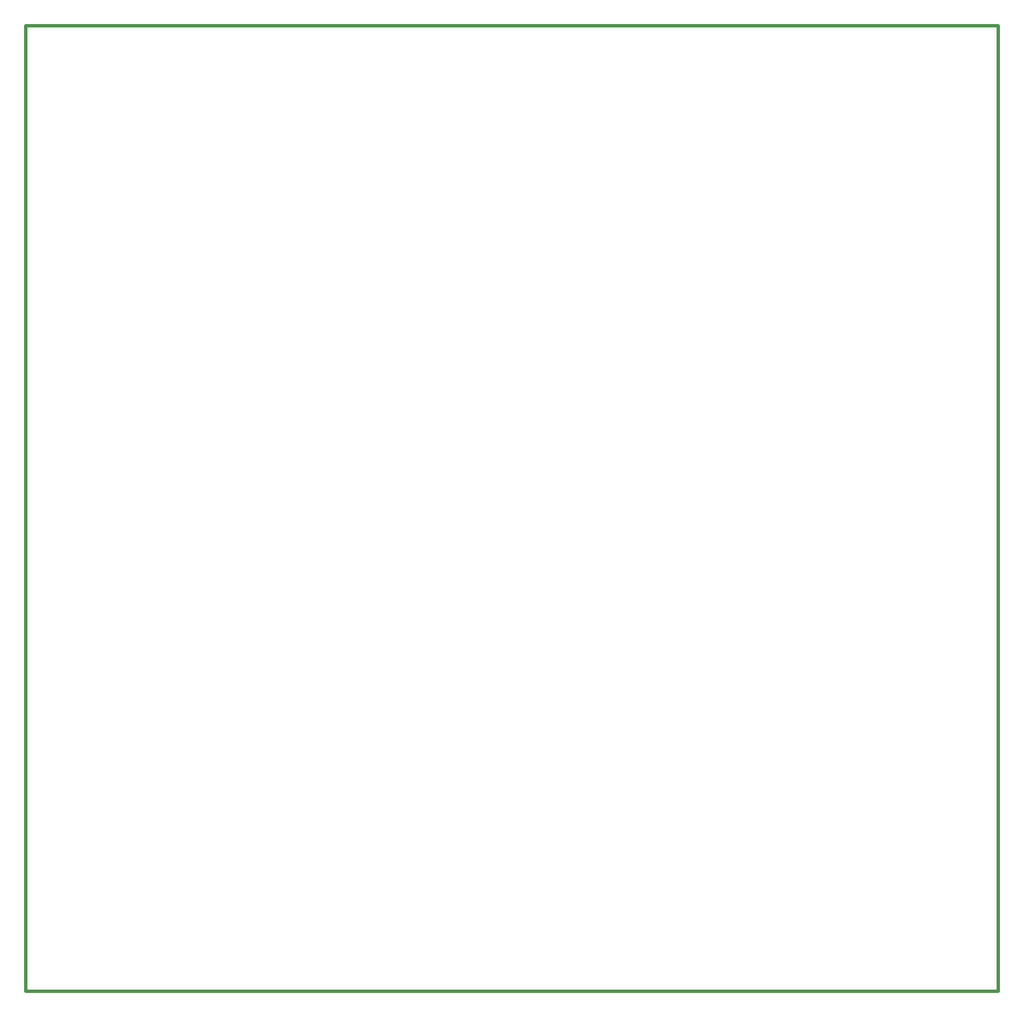
<source format=gbr>
%FSLAX34Y34*%
%MOMM*%
%LNOUTLINE*%
G71*
G01*
%ADD10C, 0.305*%
%LPD*%
G54D10*
X6350Y-6350D02*
X996950Y-6350D01*
X996950Y-990600D01*
X6350Y-990600D01*
X6350Y-6350D01*
M02*

</source>
